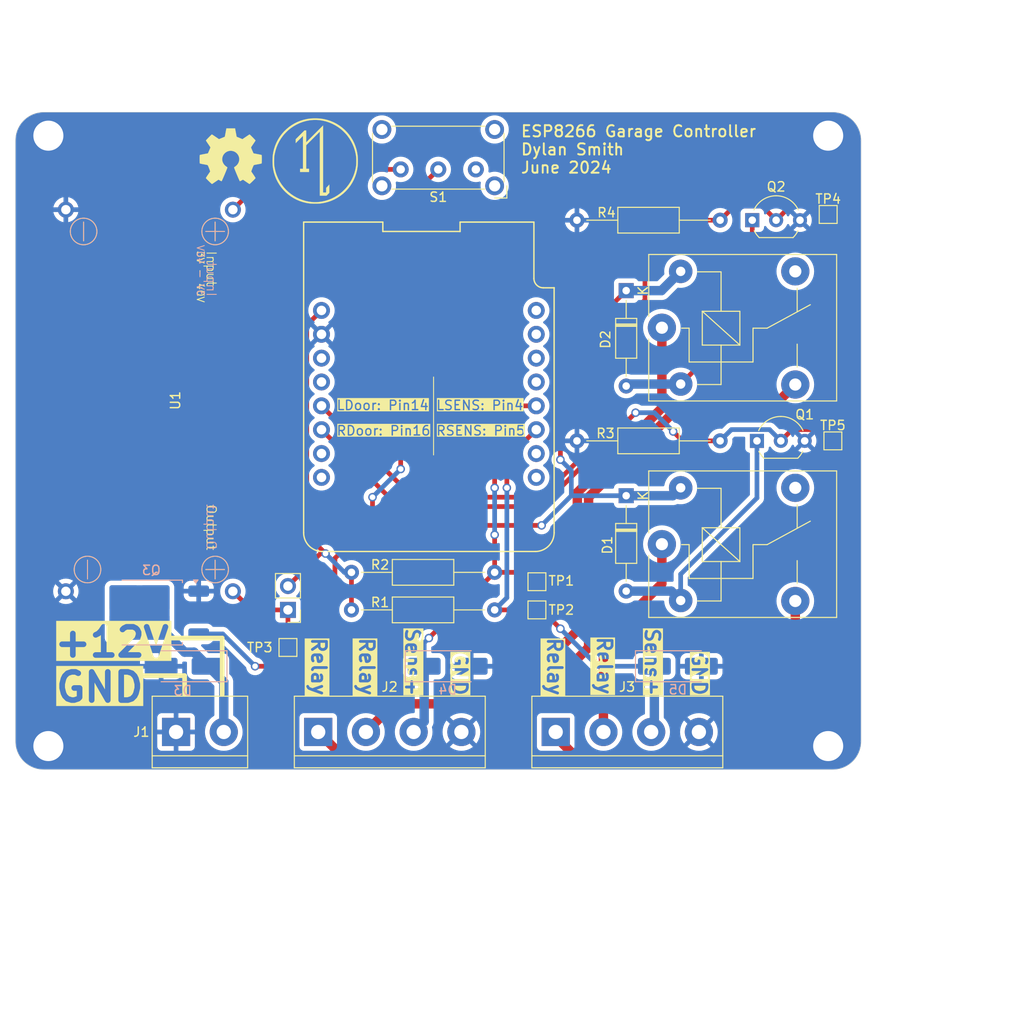
<source format=kicad_pcb>
(kicad_pcb (version 20221018) (generator pcbnew)
  (layers (0 "F.Cu" signal) (31 "B.Cu" signal) (34 "B.Paste" user) (35 "F.Paste" user) (36 "B.SilkS" user "B.Silkscreen") (37 "F.SilkS" user "F.Silkscreen") (38 "B.Mask" user) (39 "F.Mask" user) (44 "Edge.Cuts" user))
  (net 0 "")
  (net 1 "+12V")
  (net 2 "Net-(D1-A)")
  (net 3 "Net-(D2-A)")
  (net 4 "Earth")
  (net 5 "LEFT_SENSOR")
  (net 6 "RIGHT_SENSOR")
  (net 7 "LBUT_NO")
  (net 8 "LBUT_COM")
  (net 9 "RBUT_NO")
  (net 10 "RBUT_COM")
  (net 11 "Net-(JP1-A)")
  (net 12 "+5V")
  (net 13 "Net-(Q1-G)")
  (net 14 "Net-(Q2-G)")
  (net 16 "Net-(S1-A)")
  (net 29 "Net-(D3-A1)")
  (footprint "TestPoint:TestPoint_Pad_1.5x1.5mm" (layer "F.Cu") (at 80.5 75)
    (fp_text reference "TP1" (at 2.6 -0.1) (layer "F.SilkS"))
    (fp_text value "TestPoint")
    (pad "1" smd rect (at 0 0) (size 1.5 1.5) (layers "F.Cu" "F.Mask") (net 5 "LEFT_SENSOR"))
  )
  (footprint "MountingHole:MountingHole_3.2mm_M3" (layer "F.Cu") (at 111.5 92.5)
    (fp_text reference "H2" hide)
    (fp_text value "MountingHole")
    (pad "" np_thru_hole circle locked (at 0 0) (size 3.2 3.2) (drill 3.2) (layers "*.Cu" "*.Mask"))
  )
  (footprint "TestPoint:TestPoint_Pad_1.5x1.5mm" (layer "F.Cu") (at 54 82)
    (fp_text reference "TP3" (at -3 0) (layer "F.SilkS"))
    (fp_text value "TestPoint")
    (pad "1" smd rect (at 0 0) (size 1.5 1.5) (layers "F.Cu" "F.Mask") (net 11 "Net-(JP1-A)"))
  )
  (footprint "Package_TO_SOT_THT:TO-92_Inline_Wide" (layer "F.Cu") (at 103.92 60)
    (fp_text reference "Q1" (at 5.08 -2.8) (layer "F.SilkS"))
    (fp_text value "BS170-D26Z")
    (pad "1" thru_hole rect (at 0 0) (size 1.5 1.5) (drill 0.8) (layers "*.Cu" "*.Mask") (net 2 "Net-(D1-A)"))
    (pad "2" thru_hole circle (at 2.54 0) (size 1.5 1.5) (drill 0.8) (layers "*.Cu" "*.Mask") (net 13 "Net-(Q1-G)"))
    (pad "3" thru_hole circle (at 5.08 0) (size 1.5 1.5) (drill 0.8) (layers "*.Cu" "*.Mask") (net 4 "Earth"))
  )
  (footprint "Diode_THT:D_DO-35_SOD27_P10.16mm_Horizontal" (layer "F.Cu") (at 90 65.84 -90)
    (fp_text reference "D1" (at 5.26 2 90) (layer "F.SilkS"))
    (fp_text value "1N4148TR")
    (fp_text user "K" (at 0 -1.8 -90) (layer "F.SilkS"))
    (pad "1" thru_hole rect (at 0 0 270) (size 1.6 1.6) (drill 0.8) (layers "*.Cu" "*.Mask") (net 1 "+12V"))
    (pad "2" thru_hole oval (at 10.16 0 270) (size 1.6 1.6) (drill 0.8) (layers "*.Cu" "*.Mask") (net 2 "Net-(D1-A)"))
  )
  (footprint "TestPoint:TestPoint_Pad_1.5x1.5mm" (layer "F.Cu") (at 112 60)
    (fp_text reference "TP5" (at 0 -1.648) (layer "F.SilkS"))
    (fp_text value "TestPoint")
    (pad "1" smd rect (at 0 0) (size 1.5 1.5) (layers "F.Cu" "F.Mask") (net 13 "Net-(Q1-G)"))
  )
  (footprint "Resistor_THT:R_Axial_DIN0207_L6.3mm_D2.5mm_P15.24mm_Horizontal" (layer "F.Cu") (at 60.76 74)
    (fp_text reference "R2" (at 3.04 -0.8) (layer "F.SilkS"))
    (fp_text value "100k")
    (pad "1" thru_hole circle (at 0 0) (size 1.6 1.6) (drill 0.8) (layers "*.Cu" "*.Mask") (net 12 "+5V"))
    (pad "2" thru_hole oval (at 15.24 0) (size 1.6 1.6) (drill 0.8) (layers "*.Cu" "*.Mask") (net 5 "LEFT_SENSOR"))
  )
  (footprint "Resistor_THT:R_Axial_DIN0207_L6.3mm_D2.5mm_P15.24mm_Horizontal" (layer "F.Cu") (at 100 60 180)
    (fp_text reference "R3" (at 12.2 0.8) (layer "F.SilkS"))
    (fp_text value "100k")
    (pad "1" thru_hole circle (at 0 0 180) (size 1.6 1.6) (drill 0.8) (layers "*.Cu" "*.Mask") (net 13 "Net-(Q1-G)"))
    (pad "2" thru_hole oval (at 15.24 0 180) (size 1.6 1.6) (drill 0.8) (layers "*.Cu" "*.Mask") (net 4 "Earth"))
  )
  (footprint "MountingHole:MountingHole_3.2mm_M3" (layer "F.Cu") (at 28.5 27.5)
    (fp_text reference "H3" hide)
    (fp_text value "MountingHole")
    (pad "" np_thru_hole circle locked (at 0 0) (size 3.2 3.2) (drill 3.2) (layers "*.Cu" "*.Mask"))
  )
  (footprint "TestPoint:TestPoint_Pad_1.5x1.5mm" (layer "F.Cu") (at 80.5 78)
    (fp_text reference "TP2" (at 2.6 0) (layer "F.SilkS"))
    (fp_text value "TestPoint")
    (pad "1" smd rect (at 0 0) (size 1.5 1.5) (layers "F.Cu" "F.Mask") (net 6 "RIGHT_SENSOR"))
  )
  (footprint "TerminalBlock:TerminalBlock_bornier-2_P5.08mm" (layer "F.Cu") (at 42.09 91)
    (fp_text reference "J1" (at -3.69 0) (layer "F.SilkS"))
    (fp_text value "1935161.0")
    (pad "1" thru_hole rect locked (at 0 0) (size 3 3) (drill 1.52) (layers "*.Cu" "*.Mask") (net 4 "Earth"))
    (pad "2" thru_hole circle locked (at 5.08 0) (size 3 3) (drill 1.52) (layers "*.Cu" "*.Mask") (net 29 "Net-(D3-A1)"))
  )
  (footprint "000-Footprints:Relay_SPDT_Songle" (layer "F.Cu") (at 101.9 47.95)
    (fp_text reference "K2" hide)
    (fp_text value "SRD-12VDC-SL-C")
    (pad "1" thru_hole circle (at -8.1 0 90) (size 3 3) (drill 1.3) (layers "*.Cu" "*.Mask") (net 8 "LBUT_COM"))
    (pad "2" thru_hole circle (at -6.1 6 90) (size 2.5 2.5) (drill 1) (layers "*.Cu" "*.Mask") (net 3 "Net-(D2-A)"))
    (pad "3" thru_hole circle (at 6.1 6.05 90) (size 3 3) (drill 1.3) (layers "*.Cu" "*.Mask") (net 7 "LBUT_NO"))
    (pad "4" thru_hole circle (at 6.1 -6 90) (size 3 3) (drill 1.3) (layers "*.Cu" "*.Mask"))
    (pad "5" thru_hole circle (at -6.1 -6 90) (size 2.5 2.5) (drill 1) (layers "*.Cu" "*.Mask") (net 1 "+12V"))
  )
  (footprint "TerminalBlock:TerminalBlock_bornier-4_P5.08mm" (layer "F.Cu") (at 57.22 91)
    (fp_text reference "J2" (at 7.6 -4.8) (layer "F.SilkS"))
    (fp_text value "EB21A-04-C")
    (pad "1" thru_hole rect locked (at 0 0) (size 3 3) (drill 1.52) (layers "*.Cu" "*.Mask") (net 7 "LBUT_NO"))
    (pad "2" thru_hole circle locked (at 5.08 0) (size 3 3) (drill 1.52) (layers "*.Cu" "*.Mask") (net 8 "LBUT_COM"))
    (pad "3" thru_hole circle locked (at 10.16 0) (size 3 3) (drill 1.52) (layers "*.Cu" "*.Mask") (net 5 "LEFT_SENSOR"))
    (pad "4" thru_hole circle locked (at 15.24 0) (size 3 3) (drill 1.52) (layers "*.Cu" "*.Mask") (net 4 "Earth"))
  )
  (footprint "TestPoint:TestPoint_Pad_1.5x1.5mm" (layer "F.Cu") (at 111.5 35.89)
    (fp_text reference "TP4" (at 0 -1.648) (layer "F.SilkS"))
    (fp_text value "TestPoint")
    (pad "1" smd rect (at 0 0) (size 1.5 1.5) (layers "F.Cu" "F.Mask") (net 14 "Net-(Q2-G)"))
  )
  (footprint "Diode_THT:D_DO-35_SOD27_P10.16mm_Horizontal" (layer "F.Cu") (at 90 44 -90)
    (fp_text reference "D2" (at 5.2 2.2 90) (layer "F.SilkS"))
    (fp_text value "1N4148TR")
    (fp_text user "K" (at 0 -1.8 -90) (layer "F.SilkS"))
    (pad "1" thru_hole rect (at 0 0 270) (size 1.6 1.6) (drill 0.8) (layers "*.Cu" "*.Mask") (net 1 "+12V"))
    (pad "2" thru_hole oval (at 10.16 0 270) (size 1.6 1.6) (drill 0.8) (layers "*.Cu" "*.Mask") (net 3 "Net-(D2-A)"))
  )
  (footprint "000-Footprints:Relay_SPDT_Songle" (layer "F.Cu") (at 101.9 71)
    (fp_text reference "K1" hide)
    (fp_text value "SRD-12VDC-SL-C")
    (pad "1" thru_hole circle (at -8.1 0 90) (size 3 3) (drill 1.3) (layers "*.Cu" "*.Mask") (net 10 "RBUT_COM"))
    (pad "2" thru_hole circle (at -6.1 6 90) (size 2.5 2.5) (drill 1) (layers "*.Cu" "*.Mask") (net 2 "Net-(D1-A)"))
    (pad "3" thru_hole circle (at 6.1 6.05 90) (size 3 3) (drill 1.3) (layers "*.Cu" "*.Mask") (net 9 "RBUT_NO"))
    (pad "4" thru_hole circle (at 6.1 -6 90) (size 3 3) (drill 1.3) (layers "*.Cu" "*.Mask"))
    (pad "5" thru_hole circle (at -6.1 -6 90) (size 2.5 2.5) (drill 1) (layers "*.Cu" "*.Mask") (net 1 "+12V"))
  )
  (footprint "Resistor_THT:R_Axial_DIN0207_L6.3mm_D2.5mm_P15.24mm_Horizontal" (layer "F.Cu") (at 60.76 78)
    (fp_text reference "R1" (at 3.04 -0.8) (layer "F.SilkS"))
    (fp_text value "100k")
    (pad "1" thru_hole circle (at 0 0) (size 1.6 1.6) (drill 0.8) (layers "*.Cu" "*.Mask") (net 12 "+5V"))
    (pad "2" thru_hole oval (at 15.24 0) (size 1.6 1.6) (drill 0.8) (layers "*.Cu" "*.Mask") (net 6 "RIGHT_SENSOR"))
  )
  (footprint "TerminalBlock:TerminalBlock_bornier-4_P5.08mm" (layer "F.Cu") (at 82.5 91)
    (fp_text reference "J3" (at 7.6 -4.8) (layer "F.SilkS"))
    (fp_text value "EB21A-04-C")
    (pad "1" thru_hole rect locked (at 0 0) (size 3 3) (drill 1.52) (layers "*.Cu" "*.Mask") (net 9 "RBUT_NO"))
    (pad "2" thru_hole circle locked (at 5.08 0) (size 3 3) (drill 1.52) (layers "*.Cu" "*.Mask") (net 10 "RBUT_COM"))
    (pad "3" thru_hole circle locked (at 10.16 0) (size 3 3) (drill 1.52) (layers "*.Cu" "*.Mask") (net 6 "RIGHT_SENSOR"))
    (pad "4" thru_hole circle locked (at 15.24 0) (size 3 3) (drill 1.52) (layers "*.Cu" "*.Mask") (net 4 "Earth"))
  )
  (footprint "000-Footprints:LM2596Module" (layer "F.Cu") (at 39.25 55.7 -90)
    (fp_text reference "U1" (at 0 -2.77 90) (layer "F.SilkS"))
    (fp_text value "LM2596")
    (fp_text user "3V - 40V" (at -11 -5 -90 unlocked) (layer "B.SilkS") (effects (font (size 0.75 0.75) (thickness 0.1)) (justify left bottom mirror)))
    (fp_text user "Input" (at -11 -6 -90 unlocked) (layer "B.SilkS") (effects (font (thickness 0.1)) (justify left bottom mirror)))
    (fp_text user "Output" (at 16 -6 -90 unlocked) (layer "B.SilkS") (effects (font (thickness 0.1)) (justify left bottom mirror)))
    (fp_text user "3V - 40V" (at -16 -5 -90 unlocked) (layer "F.SilkS") (effects (font (size 0.75 0.75) (thickness 0.1)) (justify left bottom)))
    (fp_text user "Output" (at 11 -6 -90 unlocked) (layer "F.SilkS") (effects (font (thickness 0.1)) (justify left bottom)))
    (fp_text user "Input" (at -16 -6 -90 unlocked) (layer "F.SilkS") (effects (font (thickness 0.1)) (justify left bottom)))
    (pad "1" thru_hole oval (at -20.32 -8.89 270) (size 1.7 1.7) (drill 1) (layers "*.Cu" "*.Mask") (net 16 "Net-(S1-A)"))
    (pad "2" thru_hole oval (at -20.32 8.89 270) (size 1.7 1.7) (drill 1) (layers "*.Cu" "*.Mask") (net 4 "Earth"))
    (pad "3" thru_hole circle (at 20.32 8.89 270) (size 1.7 1.7) (drill 1) (layers "*.Cu" "*.Mask") (net 4 "Earth"))
    (pad "4" thru_hole circle (at 20.32 -8.89 270) (size 1.7 1.7) (drill 1) (layers "*.Cu" "*.Mask") (net 11 "Net-(JP1-A)"))
  )
  (footprint "000-Footprints:wemos-d1-mini-with-pin-header-and-connector" (layer "F.Cu") (at 69 55 -90)
    (fp_text reference "U2" hide)
    (fp_text value "WeMos_D1_mini")
    (pad "1" thru_hole circle (at 8.89 -11.43 270) (size 1.8 1.8) (drill 1.016) (layers "*.Cu" "*.Mask"))
    (pad "2" thru_hole circle (at 6.35 -11.43 270) (size 1.8 1.8) (drill 1.016) (layers "*.Cu" "*.Mask"))
    (pad "3" thru_hole circle (at 3.81 -11.43 270) (size 1.8 1.8) (drill 1.016) (layers "*.Cu" "*.Mask") (net 6 "RIGHT_SENSOR"))
    (pad "4" thru_hole circle (at 1.27 -11.43 270) (size 1.8 1.8) (drill 1.016) (layers "*.Cu" "*.Mask") (net 5 "LEFT_SENSOR"))
    (pad "5" thru_hole circle (at -1.27 -11.43 270) (size 1.8 1.8) (drill 1.016) (layers "*.Cu" "*.Mask"))
    (pad "6" thru_hole circle (at -3.81 -11.43) (size 1.8 1.8) (drill 1.016) (layers "*.Cu" "*.Mask"))
    (pad "7" thru_hole circle (at -6.35 -11.43 270) (size 1.8 1.8) (drill 1.016) (layers "*.Cu" "*.Mask"))
    (pad "8" thru_hole circle (at -8.89 -11.43 270) (size 1.8 1.8) (drill 1.016) (layers "*.Cu" "*.Mask"))
    (pad "9" thru_hole circle (at -8.89 11.43 270) (size 1.8 1.8) (drill 1.016) (layers "*.Cu" "*.Mask") (net 12 "+5V"))
    (pad "10" thru_hole circle (at -6.35 11.43 270) (size 1.8 1.8) (drill 1.016) (layers "*.Cu" "*.Mask") (net 4 "Earth"))
    (pad "11" thru_hole circle (at -3.81 11.43 270) (size 1.8 1.8) (drill 1.016) (layers "*.Cu" "*.Mask"))
    (pad "12" thru_hole circle (at -1.27 11.43 270) (size 1.8 1.8) (drill 1.016) (layers "*.Cu" "*.Mask"))
    (pad "13" thru_hole circle (at 1.27 11.43 270) (size 1.8 1.8) (drill 1.016) (layers "*.Cu" "*.Mask") (net 14 "Net-(Q2-G)"))
    (pad "14" thru_hole circle (at 3.81 11.43 270) (size 1.8 1.8) (drill 1.016) (layers "*.Cu" "*.Mask") (net 13 "Net-(Q1-G)"))
    (pad "15" thru_hole circle (at 6.35 11.43 270) (size 1.8 1.8) (drill 1.016) (layers "*.Cu" "*.Mask"))
    (pad "16" thru_hole circle (at 8.89 11.43 270) (size 1.8 1.8) (drill 1.016) (layers "*.Cu" "*.Mask"))
  )
  (footprint "MountingHole:MountingHole_3.2mm_M3" (layer "F.Cu") (at 28.5 92.5)
    (fp_text reference "H4" hide)
    (fp_text value "MountingHole")
    (pad "" np_thru_hole circle locked (at 0 0) (size 3.2 3.2) (drill 3.2) (layers "*.Cu" "*.Mask"))
  )
  (footprint "Symbol:OSHW-Symbol_6.7x6mm_SilkScreen" (layer "F.Cu") (at 47.9 29.7)
    (fp_text reference "REF**" hide)
    (fp_text value "OSHW-Symbol_6.7x6mm_SilkScreen" hide)
  )
  (footprint "Graphics:Nlogo_10mm_x_10mm" (layer "F.Cu") (at 56.9 30.2)
    (fp_text reference "G***" hide)
    (fp_text value "LOGO" hide)
  )
  (footprint "Package_TO_SOT_THT:TO-92_Inline_Wide" (layer "F.Cu") (at 103.42 36.5)
    (fp_text reference "Q2" (at 2.54 -3.56) (layer "F.SilkS"))
    (fp_text value "BS170-D26Z")
    (pad "1" thru_hole rect (at 0 0) (size 1.5 1.5) (drill 0.8) (layers "*.Cu" "*.Mask") (net 3 "Net-(D2-A)"))
    (pad "2" thru_hole circle (at 2.54 0) (size 1.5 1.5) (drill 0.8) (layers "*.Cu" "*.Mask") (net 14 "Net-(Q2-G)"))
    (pad "3" thru_hole circle (at 5.08 0) (size 1.5 1.5) (drill 0.8) (layers "*.Cu" "*.Mask") (net 4 "Earth"))
  )
  (footprint "MountingHole:MountingHole_3.2mm_M3" (layer "F.Cu") (at 111.5 27.5)
    (fp_text reference "H1" hide)
    (fp_text value "MountingHole")
    (pad "" np_thru_hole circle locked (at 0 0) (size 3.2 3.2) (drill 3.2) (layers "*.Cu" "*.Mask"))
  )
  (footprint "Connector_PinHeader_2.54mm:PinHeader_1x02_P2.54mm_Vertical" (layer "F.Cu") (at 54 78 180)
    (fp_text reference "JP1" hide)
    (fp_text value "Jumper_2_Bridged")
    (pad "1" thru_hole rect (at 0 0 180) (size 1.7 1.7) (drill 1) (layers "*.Cu" "*.Mask") (net 11 "Net-(JP1-A)"))
    (pad "2" thru_hole oval (at 0 2.54 180) (size 1.7 1.7) (drill 1) (layers "*.Cu" "*.Mask") (net 12 "+5V"))
  )
  (footprint "Resistor_THT:R_Axial_DIN0207_L6.3mm_D2.5mm_P15.24mm_Horizontal" (layer "F.Cu") (at 100 36.5 180)
    (fp_text reference "R4" (at 12.1 0.8) (layer "F.SilkS"))
    (fp_text value "100k")
    (pad "1" thru_hole circle (at 0 0 180) (size 1.6 1.6) (drill 0.8) (layers "*.Cu" "*.Mask") (net 14 "Net-(Q2-G)"))
    (pad "2" thru_hole oval (at 15.24 0 180) (size 1.6 1.6) (drill 0.8) (layers "*.Cu" "*.Mask") (net 4 "Earth"))
  )
  (footprint "000-Footprints:SW_E-Switch_EG1224_SPDT_Angled" (layer "F.Cu") (at 70 31.09 180)
    (fp_text reference "S1" (at 0 -2.95 180) (layer "F.SilkS"))
    (fp_text value "EG1224")
    (pad "" thru_hole circle locked (at -6 -1.75 180) (size 2 2) (drill 1.2) (layers "*.Cu" "*.Mask"))
    (pad "" thru_hole circle locked (at -6 4.25 180) (size 2 2) (drill 1.2) (layers "*.Cu" "*.Mask"))
    (pad "" thru_hole circle locked (at 6 -1.75 180) (size 2 2) (drill 1.2) (layers "*.Cu" "*.Mask"))
    (pad "" thru_hole circle locked (at 6 4.25 180) (size 2 2) (drill 1.2) (layers "*.Cu" "*.Mask"))
    (pad "1" thru_hole circle locked (at -4 0 180) (size 1.7 1.7) (drill 0.9) (layers "*.Cu" "*.Mask"))
    (pad "2" thru_hole circle locked (at 0 0 180) (size 1.7 1.7) (drill 0.9) (layers "*.Cu" "*.Mask") (net 1 "+12V"))
    (pad "3" thru_hole circle locked (at 4 0 180) (size 1.7 1.7) (drill 0.9) (layers "*.Cu" "*.Mask") (net 16 "Net-(S1-A)"))
  )
  (footprint "Diode_SMD:D_SMA_Handsoldering" (layer "B.Cu") (at 95.5 84)
    (fp_text reference "D5" (at 0 2.5) (layer "B.SilkS") (effects (justify mirror)))
    (fp_text value "SMA6J5.0A-TR")
    (pad "1" smd roundrect (at -2.5 0) (size 3.5 1.8) (layers "B.Cu" "B.Paste" "B.Mask") (roundrect_rratio 0.1388888889) (net 6 "RIGHT_SENSOR"))
    (pad "2" smd roundrect (at 2.5 0) (size 3.5 1.8) (layers "B.Cu" "B.Paste" "B.Mask") (roundrect_rratio 0.1388888889) (net 4 "Earth"))
  )
  (footprint "Diode_SMD:D_SMA_Handsoldering" (layer "B.Cu") (at 71 84)
    (fp_text reference "D4" (at 0 2.5) (layer "B.SilkS") (effects (justify mirror)))
    (fp_text value "SMA6J5.0A-TR")
    (pad "1" smd roundrect (at -2.5 0) (size 3.5 1.8) (layers "B.Cu" "B.Paste" "B.Mask") (roundrect_rratio 0.1388888889) (net 5 "LEFT_SENSOR"))
    (pad "2" smd roundrect (at 2.5 0) (size 3.5 1.8) (layers "B.Cu" "B.Paste" "B.Mask") (roundrect_rratio 0.1388888889) (net 4 "Earth"))
  )
  (footprint "Package_TO_SOT_SMD:TO-252-2" (layer "B.Cu") (at 39.46 78.28 180)
    (fp_text reference "Q3" (at 0 4.5) (layer "B.SilkS") (effects (justify mirror)))
    (fp_text value "IRFR9024NTRLPBF")
    (pad "1" smd roundrect (at -5.04 2.28 180) (size 2.2 1.2) (layers "B.Cu" "B.Paste" "B.Mask") (roundrect_rratio 0.2083333333) (net 4 "Earth"))
    (pad "2" smd roundrect (at -0.415 -1.525 180) (size 3.05 2.75) (layers "B.Cu" "B.Paste") (roundrect_rratio 0.09090909091) (net 29 "Net-(D3-A1)"))
    (pad "2" smd roundrect (at -0.415 1.525 180) (size 3.05 2.75) (layers "B.Cu" "B.Paste") (roundrect_rratio 0.09090909091) (net 29 "Net-(D3-A1)"))
    (pad "2" smd roundrect (at 1.26 0 180) (size 6.4 5.8) (layers "B.Cu" "B.Mask") (roundrect_rratio 0.04310293103) (net 29 "Net-(D3-A1)"))
    (pad "2" smd roundrect (at 2.935 -1.525 180) (size 3.05 2.75) (layers "B.Cu" "B.Paste") (roundrect_rratio 0.09090909091) (net 29 "Net-(D3-A1)"))
    (pad "2" smd roundrect (at 2.935 1.525 180) (size 3.05 2.75) (layers "B.Cu" "B.Paste") (roundrect_rratio 0.09090909091) (net 29 "Net-(D3-A1)"))
    (pad "3" smd roundrect (at -5.04 -2.28 180) (size 2.2 1.2) (layers "B.Cu" "B.Paste" "B.Mask") (roundrect_rratio 0.2083333333) (net 1 "+12V"))
  )
  (footprint "Diode_SMD:D_SMA_Handsoldering" (layer "B.Cu") (at 43 84 180)
    (fp_text reference "D3" (at 0.2 -2.6) (layer "B.SilkS") (effects (justify mirror)))
    (fp_text value "SMAJ12A")
    (pad "1" smd roundrect (at -2.5 0 180) (size 3.5 1.8) (layers "B.Cu" "B.Paste" "B.Mask") (roundrect_rratio 0.1388888889) (net 29 "Net-(D3-A1)"))
    (pad "2" smd roundrect (at 2.5 0 180) (size 3.5 1.8) (layers "B.Cu" "B.Paste" "B.Mask") (roundrect_rratio 0.1388888889) (net 4 "Earth"))
  )
  (gr_line (start 69.5 53.2) (end 69.5 61.5) (stroke (width 0.1)) (layer "F.SilkS"))
  (gr_line (start 38.5 85) (end 43 85) (stroke (width 0.5)) (layer "F.SilkS"))
  (gr_line (start 47 87) (end 47 81) (stroke (width 0.5)) (layer "F.SilkS"))
  (gr_line (start 41.5 81) (end 47 81) (stroke (width 0.5)) (layer "F.SilkS"))
  (gr_line (start 43 87) (end 43 85) (stroke (width 0.5)) (layer "F.SilkS"))
  (gr_line locked (start 115 28) (end 115 92) (stroke (width 0.05)) (layer "Edge.Cuts"))
  (gr_arc locked (start 25 28) (mid 25.87868 25.87868) (end 28 25) (stroke (width 0.05)) (layer "Edge.Cuts"))
  (gr_line locked (start 25 92) (end 25 28) (stroke (width 0.05)) (layer "Edge.Cuts"))
  (gr_arc locked (start 115 92) (mid 114.12132 94.12132) (end 112 95) (stroke (width 0.05)) (layer "Edge.Cuts"))
  (gr_arc locked (start 28 95) (mid 25.87868 94.12132) (end 25 92) (stroke (width 0.05)) (layer "Edge.Cuts"))
  (gr_arc locked (start 112 25) (mid 114.12132 25.87868) (end 115 28) (stroke (width 0.05)) (layer "Edge.Cuts"))
  (gr_line locked (start 28 25) (end 112 25) (stroke (width 0.05)) (layer "Edge.Cuts"))
  (gr_rect (start 74 121.11) (end 74 121.11) (stroke (width 0.05)) (fill none) (layer "Edge.Cuts"))
  (gr_line locked (start 112 95) (end 28 95) (stroke (width 0.05)) (layer "Edge.Cuts"))
  (gr_text "RDoor: Pin16" (at 59.1 59.5) (layer "F.SilkS" knockout) (effects (font (size 1 1)) (justify left bottom)))
  (gr_text "+12V\n" (at 28.852829 83.199731) (layer "F.SilkS" knockout) (effects (font (size 3 3) (thickness 0.6) bold) (justify left bottom)))
  (gr_text "RSENS: Pin5" (at 69.7 59.5) (layer "F.SilkS" knockout) (effects (font (size 1 1)) (justify left bottom)))
  (gr_text "Sens+" (at 66.4 79.8 270) (layer "F.SilkS" knockout) (effects (font (size 1.5 1.5) (thickness 0.3) bold) (justify left bottom)))
  (gr_text "ESP8266 Garage Controller\nDylan Smith\nJune 2024" (at 78.7 31.6) (layer "F.SilkS") (effects (font (size 1.2 1.2) (thickness 0.2) bold) (justify left bottom)))
  (gr_text "Relay" (at 56.4 80.8 270) (layer "F.SilkS" knockout) (effects (font (size 1.5 1.5) (thickness 0.3) bold) (justify left bottom)))
  (gr_text "Relay" (at 86.8 80.7 270) (layer "F.SilkS" knockout) (effects (font (size 1.5 1.5) (thickness 0.3) bold) (justify left bottom)))
  (gr_text "GND" (at 71.4 82.3 270) (layer "F.SilkS" knockout) (effects (font (size 1.5 1.5) (thickness 0.3) bold) (justify left bottom)))
  (gr_text "GND" (at 96.9 82.3 270) (layer "F.SilkS" knockout) (effects (font (size 1.5 1.5) (thickness 0.3) bold) (justify left bottom)))
  (gr_text "GND" (at 29 88) (layer "F.SilkS" knockout) (effects (font (size 3 3) (thickness 0.6) bold) (justify left bottom)))
  (gr_text "LDoor: Pin14" (at 59.1 56.8) (layer "F.SilkS" knockout) (effects (font (size 1 1)) (justify left bottom)))
  (gr_text "Relay" (at 81.5 80.8 270) (layer "F.SilkS" knockout) (effects (font (size 1.5 1.5) (thickness 0.3) bold) (justify left bottom)))
  (gr_text "LSENS: Pin4" (at 69.7 56.8) (layer "F.SilkS" knockout) (effects (font (size 1 1)) (justify left bottom)))
  (gr_text "Relay" (at 61.5 80.8 270) (layer "F.SilkS" knockout) (effects (font (size 1.5 1.5) (thickness 0.3) bold) (justify left bottom)))
  (gr_text "Sens+" (at 91.9 79.8 270) (layer "F.SilkS" knockout) (effects (font (size 1.5 1.5) (thickness 0.3) bold) (justify left bottom)))
  (segment (start 50.5 84) (end 56 84) (width 0.5) (layer "F.Cu") (net 1))
  (segment (start 62.5 69) (end 59 72.5) (width 0.5) (layer "F.Cu") (net 1))
  (segment (start 66 63) (end 66 35.09) (width 0.5) (layer "F.Cu") (net 1))
  (segment (start 83 62) (end 83 51) (width 0.5) (layer "F.Cu") (net 1))
  (segment (start 59 81) (end 56 84) (width 0.5) (layer "F.Cu") (net 1))
  (segment (start 59 72.5) (end 59 81) (width 0.5) (layer "F.Cu") (net 1))
  (segment (start 66 35.09) (end 70 31.09) (width 0.5) (layer "F.Cu") (net 1))
  (segment (start 81 69) (end 62.5 69) (width 0.5) (layer "F.Cu") (net 1))
  (segment (start 63 68.5) (end 63 66) (width 0.5) (layer "F.Cu") (net 1))
  (segment (start 83 51) (end 90 44) (width 0.5) (layer "F.Cu") (net 1))
  (segment (start 62.5 69) (end 63 68.5) (width 0.5) (layer "F.Cu") (net 1))
  (via (at 50.5 84) (size 0.9) (drill 0.6) (layers "F.Cu" "B.Cu") (net 1))
  (via (at 63 66) (size 0.9) (drill 0.6) (layers "F.Cu" "B.Cu") (net 1))
  (via (at 83 62) (size 0.9) (drill 0.6) (layers "F.Cu" "B.Cu") (net 1))
  (via (at 81 69) (size 0.9) (drill 0.6) (layers "F.Cu" "B.Cu") (net 1))
  (via (at 66 63) (size 0.9) (drill 0.6) (layers "F.Cu" "B.Cu") (net 1))
  (segment (start 81 69) (end 84.16 65.84) (width 0.5) (layer "B.Cu") (net 1))
  (segment (start 84.16 63.16) (end 83 62) (width 0.5) (layer "B.Cu") (net 1))
  (segment (start 93.75 44) (end 95.8 41.95) (width 1) (layer "B.Cu") (net 1))
  (segment (start 84.16 65.84) (end 90 65.84) (width 0.5) (layer "B.Cu") (net 1))
  (segment (start 63 66) (end 66 63) (width 0.5) (layer "B.Cu") (net 1))
  (segment (start 44.5 80.56) (end 47.06 80.56) (width 0.5) (layer "B.Cu") (net 1))
  (segment (start 90 44) (end 93.75 44) (width 1) (layer "B.Cu") (net 1))
  (segment (start 90 65.84) (end 94.96 65.84) (width 1) (layer "B.Cu") (net 1))
  (segment (start 94.96 65.84) (end 95.8 65) (width 1) (layer "B.Cu") (net 1))
  (segment (start 47.06 80.56) (end 50.5 84) (width 0.5) (layer "B.Cu") (net 1))
  (segment (start 84.16 65.84) (end 84.16 63.16) (width 0.5) (layer "B.Cu") (net 1))
  (segment (start 103.92 66.08) (end 103.92 60) (width 0.5) (layer "B.Cu") (net 2))
  (segment (start 95.8 74.2) (end 103.92 66.08) (width 0.5) (layer "B.Cu") (net 2))
  (segment (start 90 76) (end 94.8 76) (width 1) (layer "B.Cu") (net 2))
  (segment (start 94.8 76) (end 95.8 77) (width 1) (layer "B.Cu") (net 2))
  (segment (start 95.8 77) (end 95.8 74.2) (width 0.5) (layer "B.Cu") (net 2))
  (segment (start 103.42 36.5) (end 103.42 46.33) (width 0.5) (layer "F.Cu") (net 3))
  (segment (start 103.42 46.33) (end 95.8 53.95) (width 0.5) (layer "F.Cu") (net 3))
  (segment (start 95.8 53.95) (end 90.21 53.95) (width 1) (layer "B.Cu") (net 3))
  (segment (start 90.21 53.95) (end 90 54.16) (width 1) (layer "B.Cu") (net 3))
  (segment (start 76 74) (end 79.5 74) (width 0.5) (layer "F.Cu") (net 5))
  (segment (start 76 74) (end 76 70) (width 0.5) (layer "F.Cu") (net 5))
  (segment (start 69 81) (end 76 74) (width 0.5) (layer "F.Cu") (net 5))
  (segment (start 77.73 56.27) (end 80.43 56.27) (width 0.5) (layer "F.Cu") (net 5))
  (segment (start 76 58) (end 77.73 56.27) (width 0.5) (layer "F.Cu") (net 5))
  (segment (start 76 65) (end 76 58) (width 0.5) (layer "F.Cu") (net 5))
  (segment (start 79.5 74) (end 80.5 75) (width 0.5) (layer "F.Cu") (net 5))
  (via (at 69 81) (size 0.9) (drill 0.6) (layers "F.Cu" "B.Cu") (net 5))
  (via (at 76 65) (size 0.9) (drill 0.6) (layers "F.Cu" "B.Cu") (net 5))
  (via (at 76 70) (size 0.9) (drill 0.6) (layers "F.Cu" "B.Cu") (net 5))
  (segment (start 68.5 89.88) (end 67.38 91) (width 1) (layer "B.Cu") (net 5))
  (segment (start 68.5 81.5) (end 69 81) (width 0.5) (layer "B.Cu") (net 5))
  (segment (start 68.5 84) (end 68.5 81.5) (width 0.5) (layer "B.Cu") (net 5))
  (segment (start 76 70) (end 76 65) (width 0.5) (layer "B.Cu") (net 5))
  (segment (start 68.5 84) (end 68.5 89.88) (width 1) (layer "B.Cu") (net 5))
  (segment (start 77.3 65) (end 77.3 61.94) (width 0.5) (layer "F.Cu") (net 6))
  (segment (start 81 78) (end 76 78) (width 0.5) (layer "F.Cu") (net 6))
  (segment (start 77.3 61.94) (end 80.43 58.81) (width 0.5) (layer "F.Cu") (net 6))
  (segment (start 83 80) (end 81 78) (width 0.5) (layer "F.Cu") (net 6))
  (via (at 83 80) (size 0.9) (drill 0.6) (layers "F.Cu" "B.Cu") (net 6))
  (via (at 77.3 65) (size 0.9) (drill 0.6) (layers "F.Cu" "B.Cu") (net 6))
  (segment (start 77.3 76.7) (end 77.3 65) (width 0.5) (layer "B.Cu") (net 6))
  (segment (start 87 84) (end 93 84) (width 0.5) (layer "B.Cu") (net 6))
  (segment (start 93 90.66) (end 92.66 91) (width 1) (layer "B.Cu") (net 6))
  (segment (start 76 78) (end 77.25 76.75) (width 0.5) (layer "B.Cu") (net 6))
  (segment (start 77.25 76.75) (end 77.3 76.7) (width 0.5) (layer "B.Cu") (net 6))
  (segment (start 83 80) (end 87 84) (width 0.5) (layer "B.Cu") (net 6))
  (segment (start 93 84) (end 93 90.66) (width 1) (layer "B.Cu") (net 6))
  (segment (start 86 82) (end 86 66) (width 1) (layer "F.Cu") (net 7))
  (segment (start 74 94) (end 86 82) (width 1) (layer "F.Cu") (net 7))
  (segment (start 86 66) (end 95 57) (width 1) (layer "F.Cu") (net 7))
  (segment (start 57.22 91) (end 60.22 94) (width 1) (layer "F.Cu") (net 7))
  (segment (start 60.22 94) (end 74 94) (width 1) (layer "F.Cu") (net 7))
  (segment (start 95 57) (end 105 57) (width 1) (layer "F.Cu") (net 7))
  (segment (start 105 57) (end 108 54) (width 1) (layer "F.Cu") (net 7))
  (segment (start 84.8 65.502944) (end 93.8 56.502944) (width 1) (layer "F.Cu") (net 8))
  (segment (start 65.3 88) (end 77 88) (width 1) (layer "F.Cu") (net 8))
  (segment (start 84.8 80.2) (end 84.8 65.502944) (width 1) (layer "F.Cu") (net 8))
  (segment (start 77 88) (end 84.8 80.2) (width 1) (layer "F.Cu") (net 8))
  (segment (start 93.8 56.502944) (end 93.8 47.95) (width 1) (layer "F.Cu") (net 8))
  (segment (start 62.3 91) (end 65.3 88) (width 1) (layer "F.Cu") (net 8))
  (segment (start 82.5 91) (end 82.5 91.5) (width 1) (layer "F.Cu") (net 9))
  (segment (start 100 94) (end 108 86) (width 1) (layer "F.Cu") (net 9))
  (segment (start 108 86) (end 108 77.05) (width 1) (layer "F.Cu") (net 9))
  (segment (start 85 94) (end 100 94) (width 1) (layer "F.Cu") (net 9))
  (segment (start 82.5 91.5) (end 85 94) (width 1) (layer "F.Cu") (net 9))
  (segment (start 87.58 81.42) (end 87.58 91) (width 1) (layer "F.Cu") (net 10))
  (segment (start 93.8 71) (end 93.8 75.2) (width 1) (layer "F.Cu") (net 10))
  (segment (start 93.8 75.2) (end 87.58 81.42) (width 1) (layer "F.Cu") (net 10))
  (segment (start 54 78) (end 54 82) (width 0.5) (layer "F.Cu") (net 11))
  (segment (start 54 78) (end 50.12 78) (width 0.5) (layer "F.Cu") (net 11))
  (segment (start 50.12 78) (end 48.14 76.02) (width 0.5) (layer "F.Cu") (net 11))
  (segment (start 60.76 78) (end 60.76 74) (width 0.5) (layer "F.Cu") (net 12))
  (segment (start 56 47.68) (end 57.57 46.11) (width 0.5) (layer "F.Cu") (net 12))
  (segment (start 57.46 72) (end 58 72) (width 0.5) (layer "F.Cu") (net 12))
  (segment (start 54 75.46) (end 57.46 72) (width 0.5) (layer "F.Cu") (net 12))
  (segment (start 58 72) (end 56 70) (width 0.5) (layer "F.Cu") (net 12))
  (segment (start 56 70) (end 56 47.68) (width 0.5) (layer "F.Cu") (net 12))
  (via (at 58 72) (size 0.9) (drill 0.6) (layers "F.Cu" "B.Cu") (net 12))
  (segment (start 60 74) (end 58 72) (width 0.5) (layer "B.Cu") (net 12))
  (segment (start 60.76 74) (end 60 74) (width 0.5) (layer "B.Cu") (net 12))
  (segment (start 96 60) (end 100 60) (width 0.5) (layer "F.Cu") (net 13))
  (segment (start 57.57 58.81) (end 65.76 67) (width 0.5) (layer "F.Cu") (net 13))
  (segment (start 107.66 58.8) (end 110.8 58.8) (width 0.5) (layer "F.Cu") (net 13))
  (segment (start 110.8 58.8) (end 112 60) (width 0.5) (layer "F.Cu") (net 13))
  (segment (start 81 67) (end 91 57) (width 0.5) (layer "F.Cu") (net 13))
  (segment (start 79 67) (end 81 67) (width 0.5) (layer "F.Cu") (net 13))
  (segment (start 106.46 60) (end 107.66 58.8) (width 0.5) (layer "F.Cu") (net 13))
  (segment (start 65.76 67) (end 79 67) (width 0.5) (layer "F.Cu") (net 13))
  (segment (start 95 59) (end 96 60) (width 0.5) (layer "F.Cu") (net 13))
  (via (at 91 57) (size 0.9) (drill 0.6) (layers "F.Cu" "B.Cu") (net 13))
  (via (at 95 59) (size 0.9) (drill 0.6) (layers "F.Cu" "B.Cu") (net 13))
  (segment (start 105.26 58.8) (end 101.2 58.8) (width 0.5) (layer "B.Cu") (net 13))
  (segment (start 101.2 58.8) (end 100 60) (width 0.5) (layer "B.Cu") (net 13))
  (segment (start 91 57) (end 93 57) (width 0.5) (layer "B.Cu") (net 13))
  (segment (start 106.46 60) (end 105.26 58.8) (width 0.5) (layer "B.Cu") (net 13))
  (segment (start 93 57) (end 95 59) (width 0.5) (layer "B.Cu") (net 13))
  (segment (start 111.5 35.89) (end 111.5 35.5) (width 0.5) (layer "F.Cu") (net 14))
  (segment (start 111 35) (end 107.46 35) (width 0.5) (layer "F.Cu") (net 14))
  (segment (start 111.5 35.5) (end 111 35) (width 0.5) (layer "F.Cu") (net 14))
  (segment (start 87 60) (end 81 66) (width 0.5) (layer "F.Cu") (net 14))
  (segment (start 101.5 35) (end 100 36.5) (width 0.5) (layer "F.Cu") (net 14))
  (segment (start 81 66) (end 67.3 66) (width 0.5) (layer "F.Cu") (net 14))
  (segment (start 105.96 36.5) (end 104.46 35) (width 0.5) (layer "F.Cu") (net 14))
  (segment (start 96.5 36.5) (end 92 41) (width 0.5) (layer "F.Cu") (net 14))
  (segment (start 92 45) (end 87 50) (width 0.5) (layer "F.Cu") (net 14))
  (segment (start 107.46 35) (end 105.96 36.5) (width 0.5) (layer "F.Cu") (net 14))
  (segment (start 87 50) (end 87 60) (width 0.5) (layer "F.Cu") (net 14))
  (segment (start 100 36.5) (end 96.5 36.5) (width 0.5) (layer "F.Cu") (net 14))
  (segment (start 92 41) (end 92 45) (width 0.5) (layer "F.Cu") (net 14))
  (segment (start 67.3 66) (end 57.57 56.27) (width 0.5) (layer "F.Cu") (net 14))
  (segment (start 104.46 35) (end 101.5 35) (width 0.5) (layer "F.Cu") (net 14))
  (segment (start 66 31.09) (end 52.43 31.09) (width 0.5) (layer "F.Cu") (net 16))
  (segment (start 52.43 31.09) (end 48.14 35.38) (width 0.5) (layer "F.Cu") (net 16))
  (segment (start 43 82.5) (end 40.305 79.805) (width 1) (layer "B.Cu") (net 29))
  (segment (start 47.17 91) (end 47.17 85.67) (width 1) (layer "B.Cu") (net 29))
  (segment (start 47.17 85.67) (end 45.5 84) (width 1) (layer "B.Cu") (net 29))
  (segment (start 45.5 84) (end 44 82.5) (width 1) (layer "B.Cu") (net 29))
  (segment (start 44 82.5) (end 43 82.5) (width 1) (layer "B.Cu") (net 29))
  (segment (start 40.305 79.805) (end 39.875 79.805) (width 1) (layer "B.Cu") (net 29))
  (zone (net 4) (net_name "Earth") (layer "B.Cu") (connect_pads (clearance 0.5)) (min_thickness 0.25) (fill yes (thermal_gap 0.5) (thermal_bridge_width 0.5))
    (polygon (pts (xy 25 25) (xy 115 25) (xy 115 95) (xy 25 95)))
  )
)
</source>
